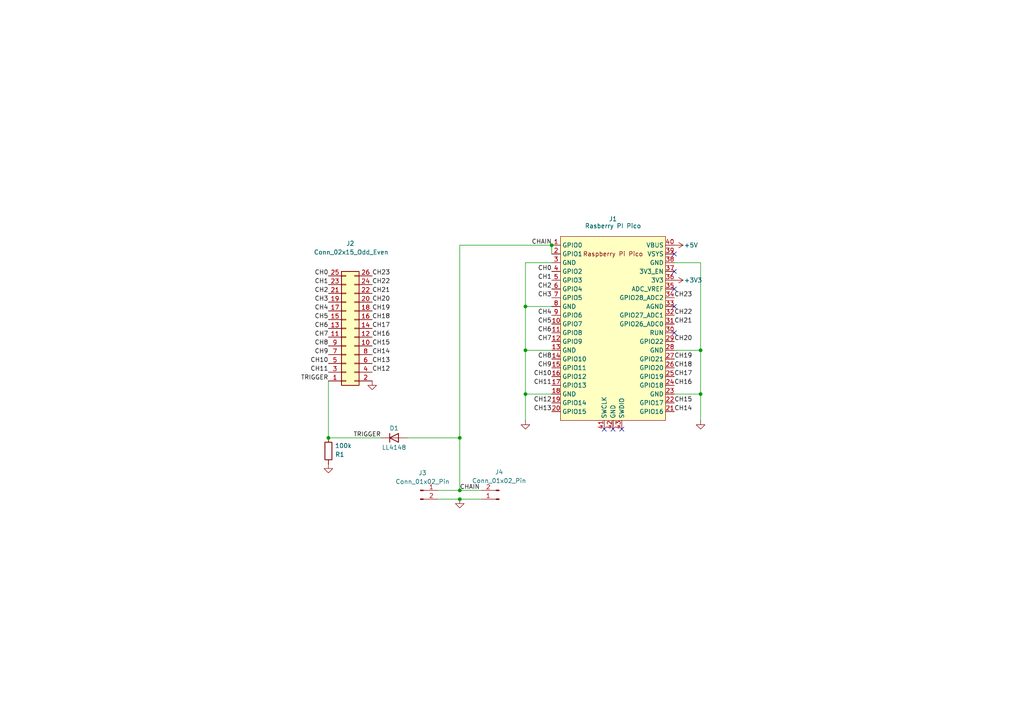
<source format=kicad_sch>
(kicad_sch (version 20231120) (generator "eeschema") (generator_version "8.0")
  (paper "A4")
  (title_block (title "peeko") (date "2024-09-16") (rev "001") (comment 1 "github.com/bkw777/peeko"))
  (lib_symbols
    (symbol "000_LOCAL:Conn_01x02_Pin" (pin_names (offset 1.016) hide)
      (property "Reference" "J" (at 0 2.54 0))
      (property "Value" "Conn_01x02_Pin" (at 0 -5.08 0))
      (symbol "Conn_01x02_Pin_1_1"
        (polyline (pts (xy 1.27 -2.54) (xy 0.8636 -2.54)) (stroke (width 0.1524)))
        (polyline (pts (xy 1.27 0) (xy 0.8636 0)) (stroke (width 0.1524)))
        (rectangle (start 0.8636 -2.413) (end 0 -2.667) (stroke (width 0.1524)) (fill (type outline)))
        (rectangle (start 0.8636 0.127) (end 0 -0.127) (stroke (width 0.1524)) (fill (type outline)))
        (pin passive line (at 5.08 0 180) (length 3.81) (name "Pin_1") (number "1"))
        (pin passive line (at 5.08 -2.54 180) (length 3.81) (name "Pin_2") (number "2"))
      )
    )
    (symbol "Connector_Generic:Conn_02x13_Odd_Even" (pin_names (offset 1.016) hide)
      (property "Reference" "J" (at 1.27 17.78 0))
      (property "Value" "Conn_02x13_Odd_Even" (at 1.27 -17.78 0))
      (symbol "Conn_02x13_Odd_Even_1_1"
        (rectangle (start -1.27 -15.113) (end 0 -15.367) (stroke (width 0.1524)))
        (rectangle (start -1.27 -12.573) (end 0 -12.827) (stroke (width 0.1524)))
        (rectangle (start -1.27 -10.033) (end 0 -10.287) (stroke (width 0.1524)))
        (rectangle (start -1.27 -7.493) (end 0 -7.747) (stroke (width 0.1524)))
        (rectangle (start -1.27 -4.953) (end 0 -5.207) (stroke (width 0.1524)))
        (rectangle (start -1.27 -2.413) (end 0 -2.667) (stroke (width 0.1524)))
        (rectangle (start -1.27 0.127) (end 0 -0.127) (stroke (width 0.1524)))
        (rectangle (start -1.27 2.667) (end 0 2.413) (stroke (width 0.1524)))
        (rectangle (start -1.27 5.207) (end 0 4.953) (stroke (width 0.1524)))
        (rectangle (start -1.27 7.747) (end 0 7.493) (stroke (width 0.1524)))
        (rectangle (start -1.27 10.287) (end 0 10.033) (stroke (width 0.1524)))
        (rectangle (start -1.27 12.827) (end 0 12.573) (stroke (width 0.1524)))
        (rectangle (start -1.27 15.367) (end 0 15.113) (stroke (width 0.1524)))
        (rectangle (start -1.27 16.51) (end 3.81 -16.51) (stroke (width 0.254)) (fill (type background)))
        (rectangle (start 3.81 -15.113) (end 2.54 -15.367) (stroke (width 0.1524)))
        (rectangle (start 3.81 -12.573) (end 2.54 -12.827) (stroke (width 0.1524)))
        (rectangle (start 3.81 -10.033) (end 2.54 -10.287) (stroke (width 0.1524)))
        (rectangle (start 3.81 -7.493) (end 2.54 -7.747) (stroke (width 0.1524)))
        (rectangle (start 3.81 -4.953) (end 2.54 -5.207) (stroke (width 0.1524)))
        (rectangle (start 3.81 -2.413) (end 2.54 -2.667) (stroke (width 0.1524)))
        (rectangle (start 3.81 0.127) (end 2.54 -0.127) (stroke (width 0.1524)))
        (rectangle (start 3.81 2.667) (end 2.54 2.413) (stroke (width 0.1524)))
        (rectangle (start 3.81 5.207) (end 2.54 4.953) (stroke (width 0.1524)))
        (rectangle (start 3.81 7.747) (end 2.54 7.493) (stroke (width 0.1524)))
        (rectangle (start 3.81 10.287) (end 2.54 10.033) (stroke (width 0.1524)))
        (rectangle (start 3.81 12.827) (end 2.54 12.573) (stroke (width 0.1524)))
        (rectangle (start 3.81 15.367) (end 2.54 15.113) (stroke (width 0.1524)))
        (pin passive line (at -5.08 15.24 0) (length 3.81) (name "Pin_1") (number "1"))
        (pin passive line (at 7.62 5.08 180) (length 3.81) (name "Pin_10") (number "10"))
        (pin passive line (at -5.08 2.54 0) (length 3.81) (name "Pin_11") (number "11"))
        (pin passive line (at 7.62 2.54 180) (length 3.81) (name "Pin_12") (number "12"))
        (pin passive line (at -5.08 0 0) (length 3.81) (name "Pin_13") (number "13"))
        (pin passive line (at 7.62 0 180) (length 3.81) (name "Pin_14") (number "14"))
        (pin passive line (at -5.08 -2.54 0) (length 3.81) (name "Pin_15") (number "15"))
        (pin passive line (at 7.62 -2.54 180) (length 3.81) (name "Pin_16") (number "16"))
        (pin passive line (at -5.08 -5.08 0) (length 3.81) (name "Pin_17") (number "17"))
        (pin passive line (at 7.62 -5.08 180) (length 3.81) (name "Pin_18") (number "18"))
        (pin passive line (at -5.08 -7.62 0) (length 3.81) (name "Pin_19") (number "19"))
        (pin passive line (at 7.62 15.24 180) (length 3.81) (name "Pin_2") (number "2"))
        (pin passive line (at 7.62 -7.62 180) (length 3.81) (name "Pin_20") (number "20"))
        (pin passive line (at -5.08 -10.16 0) (length 3.81) (name "Pin_21") (number "21"))
        (pin passive line (at 7.62 -10.16 180) (length 3.81) (name "Pin_22") (number "22"))
        (pin passive line (at -5.08 -12.7 0) (length 3.81) (name "Pin_23") (number "23"))
        (pin passive line (at 7.62 -12.7 180) (length 3.81) (name "Pin_24") (number "24"))
        (pin passive line (at -5.08 -15.24 0) (length 3.81) (name "Pin_25") (number "25"))
        (pin passive line (at 7.62 -15.24 180) (length 3.81) (name "Pin_26") (number "26"))
        (pin passive line (at -5.08 12.7 0) (length 3.81) (name "Pin_3") (number "3"))
        (pin passive line (at 7.62 12.7 180) (length 3.81) (name "Pin_4") (number "4"))
        (pin passive line (at -5.08 10.16 0) (length 3.81) (name "Pin_5") (number "5"))
        (pin passive line (at 7.62 10.16 180) (length 3.81) (name "Pin_6") (number "6"))
        (pin passive line (at -5.08 7.62 0) (length 3.81) (name "Pin_7") (number "7"))
        (pin passive line (at 7.62 7.62 180) (length 3.81) (name "Pin_8") (number "8"))
        (pin passive line (at -5.08 5.08 0) (length 3.81) (name "Pin_9") (number "9"))
      )
    )
    (symbol "Device:R" (pin_numbers hide) (pin_names (offset 0))
      (property "Reference" "R" (at 2.032 0 90))
      (property "Value" "R" (at 0 0 90))
      (symbol "R_0_1"
        (rectangle (start -1.016 -2.54) (end 1.016 2.54) (stroke (width 0.254)))
      )
      (symbol "R_1_1"
        (pin passive line (at 0 3.81 270) (length 1.27) (name "~") (number "1"))
        (pin passive line (at 0 -3.81 90) (length 1.27) (name "~") (number "2"))
      )
    )
    (symbol "Diode:LL4148" (pin_numbers hide) (pin_names (offset 1.016) hide)
      (property "Reference" "D" (at 0 2.54 0))
      (property "Value" "LL4148" (at 0 -2.54 0))
      (symbol "LL4148_0_1"
        (polyline (pts (xy -1.27 1.27) (xy -1.27 -1.27)) (stroke (width 0.254)))
        (polyline (pts (xy 1.27 0) (xy -1.27 0)))
        (polyline (pts (xy 1.27 1.27) (xy 1.27 -1.27) (xy -1.27 0) (xy 1.27 1.27)) (stroke (width 0.254)))
      )
      (symbol "LL4148_1_1"
        (pin passive line (at -3.81 0 0) (length 2.54) (name "K") (number "1"))
        (pin passive line (at 3.81 0 180) (length 2.54) (name "A") (number "2"))
      )
    )
    (symbol "MCU_RaspberryPi_and_Boards:Pico"
      (property "Reference" "U" (at -13.97 27.94 0))
      (property "Value" "Pico" (at 0 19.05 0))
      (symbol "Pico_0_0"
        (text "Raspberry Pi Pico" (at 0 21.59 0) (effects (font (size 1.27 1.27))))
      )
      (symbol "Pico_0_1"
        (rectangle (start -15.24 26.67) (end 15.24 -26.67) (fill (type background)))
      )
      (symbol "Pico_1_1"
        (pin bidirectional line (at -17.78 24.13 0) (length 2.54) (name "GPIO0") (number "1"))
        (pin bidirectional line (at -17.78 1.27 0) (length 2.54) (name "GPIO7") (number "10"))
        (pin bidirectional line (at -17.78 -1.27 0) (length 2.54) (name "GPIO8") (number "11"))
        (pin bidirectional line (at -17.78 -3.81 0) (length 2.54) (name "GPIO9") (number "12"))
        (pin power_in line (at -17.78 -6.35 0) (length 2.54) (name "GND") (number "13"))
        (pin bidirectional line (at -17.78 -8.89 0) (length 2.54) (name "GPIO10") (number "14"))
        (pin bidirectional line (at -17.78 -11.43 0) (length 2.54) (name "GPIO11") (number "15"))
        (pin bidirectional line (at -17.78 -13.97 0) (length 2.54) (name "GPIO12") (number "16"))
        (pin bidirectional line (at -17.78 -16.51 0) (length 2.54) (name "GPIO13") (number "17"))
        (pin power_in line (at -17.78 -19.05 0) (length 2.54) (name "GND") (number "18"))
        (pin bidirectional line (at -17.78 -21.59 0) (length 2.54) (name "GPIO14") (number "19"))
        (pin bidirectional line (at -17.78 21.59 0) (length 2.54) (name "GPIO1") (number "2"))
        (pin bidirectional line (at -17.78 -24.13 0) (length 2.54) (name "GPIO15") (number "20"))
        (pin bidirectional line (at 17.78 -24.13 180) (length 2.54) (name "GPIO16") (number "21"))
        (pin bidirectional line (at 17.78 -21.59 180) (length 2.54) (name "GPIO17") (number "22"))
        (pin power_in line (at 17.78 -19.05 180) (length 2.54) (name "GND") (number "23"))
        (pin bidirectional line (at 17.78 -16.51 180) (length 2.54) (name "GPIO18") (number "24"))
        (pin bidirectional line (at 17.78 -13.97 180) (length 2.54) (name "GPIO19") (number "25"))
        (pin bidirectional line (at 17.78 -11.43 180) (length 2.54) (name "GPIO20") (number "26"))
        (pin bidirectional line (at 17.78 -8.89 180) (length 2.54) (name "GPIO21") (number "27"))
        (pin power_in line (at 17.78 -6.35 180) (length 2.54) (name "GND") (number "28"))
        (pin bidirectional line (at 17.78 -3.81 180) (length 2.54) (name "GPIO22") (number "29"))
        (pin power_in line (at -17.78 19.05 0) (length 2.54) (name "GND") (number "3"))
        (pin input line (at 17.78 -1.27 180) (length 2.54) (name "RUN") (number "30"))
        (pin bidirectional line (at 17.78 1.27 180) (length 2.54) (name "GPIO26_ADC0") (number "31"))
        (pin bidirectional line (at 17.78 3.81 180) (length 2.54) (name "GPIO27_ADC1") (number "32"))
        (pin power_in line (at 17.78 6.35 180) (length 2.54) (name "AGND") (number "33"))
        (pin bidirectional line (at 17.78 8.89 180) (length 2.54) (name "GPIO28_ADC2") (number "34"))
        (pin power_in line (at 17.78 11.43 180) (length 2.54) (name "ADC_VREF") (number "35"))
        (pin power_in line (at 17.78 13.97 180) (length 2.54) (name "3V3") (number "36"))
        (pin input line (at 17.78 16.51 180) (length 2.54) (name "3V3_EN") (number "37"))
        (pin bidirectional line (at 17.78 19.05 180) (length 2.54) (name "GND") (number "38"))
        (pin power_in line (at 17.78 21.59 180) (length 2.54) (name "VSYS") (number "39"))
        (pin bidirectional line (at -17.78 16.51 0) (length 2.54) (name "GPIO2") (number "4"))
        (pin power_in line (at 17.78 24.13 180) (length 2.54) (name "VBUS") (number "40"))
        (pin input line (at -2.54 -29.21 90) (length 2.54) (name "SWCLK") (number "41"))
        (pin power_in line (at 0 -29.21 90) (length 2.54) (name "GND") (number "42"))
        (pin bidirectional line (at 2.54 -29.21 90) (length 2.54) (name "SWDIO") (number "43"))
        (pin bidirectional line (at -17.78 13.97 0) (length 2.54) (name "GPIO3") (number "5"))
        (pin bidirectional line (at -17.78 11.43 0) (length 2.54) (name "GPIO4") (number "6"))
        (pin bidirectional line (at -17.78 8.89 0) (length 2.54) (name "GPIO5") (number "7"))
        (pin power_in line (at -17.78 6.35 0) (length 2.54) (name "GND") (number "8"))
        (pin bidirectional line (at -17.78 3.81 0) (length 2.54) (name "GPIO6") (number "9"))
      )
    )
    (symbol "power:+3V3" (power) (pin_numbers hide) (pin_names (offset 0) hide)
      (property "Value" "+3V3" (at 0 3.556 0))
      (symbol "+3V3_0_1"
        (polyline (pts (xy -0.762 1.27) (xy 0 2.54)))
        (polyline (pts (xy 0 0) (xy 0 2.54)))
        (polyline (pts (xy 0 2.54) (xy 0.762 1.27)))
      )
      (symbol "+3V3_1_1"
        (pin power_in line (at 0 0 90) (length 0) (name "~") (number "1"))
      )
    )
    (symbol "power:+5V" (power) (pin_numbers hide) (pin_names (offset 0) hide)
      (property "Value" "+5V" (at 0 3.556 0))
      (symbol "+5V_0_1"
        (polyline (pts (xy -0.762 1.27) (xy 0 2.54)))
        (polyline (pts (xy 0 0) (xy 0 2.54)))
        (polyline (pts (xy 0 2.54) (xy 0.762 1.27)))
      )
      (symbol "+5V_1_1"
        (pin power_in line (at 0 0 90) (length 0) (name "~") (number "1"))
      )
    )
    (symbol "power:GND" (power) (pin_numbers hide) (pin_names (offset 0) hide)
      (property "Value" "GND" (at 0 -3.81 0))
      (symbol "GND_0_1"
        (polyline (pts (xy 0 0) (xy 0 -1.27) (xy 1.27 -1.27) (xy 0 -2.54) (xy -1.27 -1.27) (xy 0 -1.27)))
      )
      (symbol "GND_1_1"
        (pin power_in line (at 0 0 270) (length 0) (name "~") (number "1"))
      )
    )
  )
  (junction (at 133.35 127))
  (junction (at 95.25 127))
  (junction (at 133.35 142.24))
  (junction (at 152.4 101.6))
  (junction (at 160.02 71.12))
  (junction (at 203.2 114.3))
  (junction (at 152.4 114.3))
  (junction (at 152.4 88.9))
  (junction (at 203.2 101.6))
  (junction (at 133.35 144.78))
  (no_connect (at 195.58 96.52))
  (no_connect (at 195.58 73.66))
  (no_connect (at 195.58 78.74))
  (no_connect (at 195.58 83.82))
  (no_connect (at 195.58 88.9))
  (no_connect (at 180.34 124.46))
  (no_connect (at 177.8 124.46))
  (no_connect (at 175.26 124.46))
  (wire (pts (xy 152.4 76.2) (xy 152.4 88.9)))
  (wire (pts (xy 95.25 110.49) (xy 95.25 127)))
  (wire (pts (xy 127 142.24) (xy 133.35 142.24)))
  (wire (pts (xy 133.35 142.24) (xy 139.7 142.24)))
  (wire (pts (xy 152.4 88.9) (xy 160.02 88.9)))
  (wire (pts (xy 152.4 101.6) (xy 152.4 114.3)))
  (wire (pts (xy 95.25 127) (xy 110.49 127)))
  (wire (pts (xy 160.02 71.12) (xy 160.02 73.66)))
  (wire (pts (xy 152.4 101.6) (xy 160.02 101.6)))
  (wire (pts (xy 195.58 76.2) (xy 203.2 76.2)))
  (wire (pts (xy 133.35 127) (xy 133.35 142.24)))
  (wire (pts (xy 152.4 121.92) (xy 152.4 114.3)))
  (wire (pts (xy 203.2 76.2) (xy 203.2 101.6)))
  (wire (pts (xy 203.2 101.6) (xy 203.2 114.3)))
  (wire (pts (xy 133.35 144.78) (xy 139.7 144.78)))
  (wire (pts (xy 152.4 76.2) (xy 160.02 76.2)))
  (wire (pts (xy 152.4 88.9) (xy 152.4 101.6)))
  (wire (pts (xy 195.58 101.6) (xy 203.2 101.6)))
  (wire (pts (xy 118.11 127) (xy 133.35 127)))
  (wire (pts (xy 195.58 114.3) (xy 203.2 114.3)))
  (wire (pts (xy 127 144.78) (xy 133.35 144.78)))
  (wire (pts (xy 203.2 121.92) (xy 203.2 114.3)))
  (wire (pts (xy 133.35 71.12) (xy 160.02 71.12)))
  (wire (pts (xy 133.35 71.12) (xy 133.35 127)))
  (wire (pts (xy 152.4 114.3) (xy 160.02 114.3)))
  (label "CH6" (at 95.25 95.25 180))
  (label "CH8" (at 160.02 104.14 180))
  (label "CH19" (at 195.58 104.14 0))
  (label "CH7" (at 95.25 97.79 180))
  (label "CH17" (at 107.95 95.25 0))
  (label "CH20" (at 107.95 87.63 0))
  (label "CH2" (at 95.25 85.09 180))
  (label "CH18" (at 195.58 106.68 0))
  (label "CH7" (at 160.02 99.06 180))
  (label "TRIGGER" (at 110.49 127 180))
  (label "CH4" (at 95.25 90.17 180))
  (label "CH6" (at 160.02 96.52 180))
  (label "CH3" (at 95.25 87.63 180))
  (label "CH9" (at 160.02 106.68 180))
  (label "CHAIN" (at 160.02 71.12 180))
  (label "CH18" (at 107.95 92.71 0))
  (label "CH23" (at 107.95 80.01 0))
  (label "CH14" (at 107.95 102.87 0))
  (label "CH11" (at 95.25 107.95 180))
  (label "CH14" (at 195.58 119.38 0))
  (label "CHAIN" (at 133.35 142.24 0))
  (label "CH3" (at 160.02 86.36 180))
  (label "CH16" (at 195.58 111.76 0))
  (label "CH16" (at 107.95 97.79 0))
  (label "CH1" (at 160.02 81.28 180))
  (label "CH22" (at 107.95 82.55 0))
  (label "CH15" (at 195.58 116.84 0))
  (label "TRIGGER" (at 95.25 110.49 180))
  (label "CH12" (at 107.95 107.95 0))
  (label "CH19" (at 107.95 90.17 0))
  (label "CH11" (at 160.02 111.76 180))
  (label "CH9" (at 95.25 102.87 180))
  (label "CH8" (at 95.25 100.33 180))
  (label "CH4" (at 160.02 91.44 180))
  (label "CH21" (at 107.95 85.09 0))
  (label "CH0" (at 95.25 80.01 180))
  (label "CH5" (at 95.25 92.71 180))
  (label "CH22" (at 195.58 91.44 0))
  (label "CH21" (at 195.58 93.98 0))
  (label "CH0" (at 160.02 78.74 180))
  (label "CH12" (at 160.02 116.84 180))
  (label "CH10" (at 95.25 105.41 180))
  (label "CH13" (at 107.95 105.41 0))
  (label "CH2" (at 160.02 83.82 180))
  (label "CH1" (at 95.25 82.55 180))
  (label "CH10" (at 160.02 109.22 180))
  (label "CH13" (at 160.02 119.38 180))
  (label "CH20" (at 195.58 99.06 0))
  (label "CH15" (at 107.95 100.33 0))
  (label "CH5" (at 160.02 93.98 180))
  (label "CH17" (at 195.58 109.22 0))
  (label "CH23" (at 195.58 86.36 0))
  (symbol (lib_id "MCU_RaspberryPi_and_Boards:Pico") (at 177.8 95.25 0) (unit 1)
    (property "Reference" "J1" (at 177.8 63.5 0))
    (property "Value" "Rasberry PI Pico" (at 177.8 65.532 0))
    (property "Footprint" "000_LOCAL:DIP_40_700" (effects (hide yes)))
  )
  (symbol (lib_id "power:GND") (at 203.2 121.92 0) (unit 1)
    (property "Reference" "#PWR011" (effects (hide yes)))
    (property "Value" "GND" (effects (hide yes)))
    (property "Description" "Power symbol creates a global label with name \"GND\" , ground" (effects (hide yes)))
  )
  (symbol (lib_id "power:+5V") (at 195.58 71.12 270) (unit 1)
    (property "Reference" "#PWR014" (effects (hide yes)))
    (property "Value" "+5V" (at 198.374 71.12 90) (effects (justify left)))
    (property "Description" "Power symbol creates a global label with name \"+5V\"" (effects (hide yes)))
  )
  (symbol (lib_id "Diode:LL4148") (at 114.3 127 0) (unit 1)
    (property "Reference" "D1" (at 114.3 124.206 0))
    (property "Value" "LL4148" (at 114.3 129.794 0))
    (property "Footprint" "000_LOCAL:D_MiniMELF" (effects (hide yes)))
    (property "Datasheet" "datasheets/ll4148.pdf" (effects (hide yes)))
  )
  (symbol (lib_id "000_LOCAL:Conn_01x02_Pin") (at 121.92 142.24 0) (unit 1)
    (property "Reference" "J3" (at 122.555 137.16 0))
    (property "Value" "Conn_01x02_Pin" (at 122.555 139.7 0))
    (property "Footprint" "000_LOCAL:PinHeader_1x02_P2.54mm_Horizontal" (effects (hide yes)))
    (property "Description" "Generic connector, single row, 01x02, script generated" (effects (hide yes)))
  )
  (symbol (lib_id "power:GND") (at 95.25 134.62 0) (unit 1)
    (property "Reference" "#PWR01" (effects (hide yes)))
    (property "Value" "GND" (effects (hide yes)))
    (property "Description" "Power symbol creates a global label with name \"GND\" , ground" (effects (hide yes)))
  )
  (symbol (lib_id "power:+3V3") (at 195.58 81.28 270) (unit 1)
    (property "Reference" "#PWR013" (effects (hide yes)))
    (property "Value" "+3V3" (at 198.374 81.28 90) (effects (justify left)))
    (property "Description" "Power symbol creates a global label with name \"+3V3\"" (effects (hide yes)))
  )
  (symbol (lib_id "power:GND") (at 107.95 110.49 0) (unit 1)
    (property "Reference" "#PWR04" (effects (hide yes)))
    (property "Value" "GND" (effects (hide yes)))
    (property "Description" "Power symbol creates a global label with name \"GND\" , ground" (effects (hide yes)))
  )
  (symbol (lib_id "000_LOCAL:Conn_01x02_Pin") (at 144.78 144.78 180) (unit 1)
    (property "Reference" "J4" (at 144.78 136.906 0))
    (property "Value" "Conn_01x02_Pin" (at 144.78 139.446 0))
    (property "Footprint" "000_LOCAL:PinHeader_1x02_P2.54mm_Horizontal" (effects (hide yes)))
    (property "Description" "Generic connector, single row, 01x02, script generated" (effects (hide yes)))
  )
  (symbol (lib_id "Connector_Generic:Conn_02x13_Odd_Even") (at 100.33 95.25 0) (mirror x) (unit 1)
    (property "Reference" "J2" (at 101.6 70.612 0))
    (property "Value" "Conn_02x15_Odd_Even" (at 101.854 73.152 0))
    (property "Footprint" "Connector_IDC:IDC-Header_2x13_P2.54mm_Horizontal" (effects (hide yes)))
    (property "Description" "Generic connector, double row, 02x13, odd/even pin numbering scheme (row 1 odd numbers, row 2 even numbers), script generated (kicad-library-utils/schlib/autogen/connector/)" (effects (hide yes)))
  )
  (symbol (lib_id "Device:R") (at 95.25 130.81 0) (unit 1)
    (property "Reference" "R1" (at 98.552 131.826 0))
    (property "Value" "100k" (at 99.568 129.286 0))
    (property "Footprint" "000_LOCAL:R_0805" (effects (hide yes)))
  )
  (symbol (lib_id "power:GND") (at 133.35 144.78 0) (mirror y) (unit 1)
    (property "Reference" "#PWR03" (effects (hide yes)))
    (property "Value" "GND" (effects (hide yes)))
    (property "Description" "Power symbol creates a global label with name \"GND\" , ground" (effects (hide yes)))
  )
  (symbol (lib_id "power:GND") (at 152.4 121.92 0) (unit 1)
    (property "Reference" "#PWR07" (effects (hide yes)))
    (property "Value" "GND" (effects (hide yes)))
    (property "Description" "Power symbol creates a global label with name \"GND\" , ground" (effects (hide yes)))
  )
)
</source>
